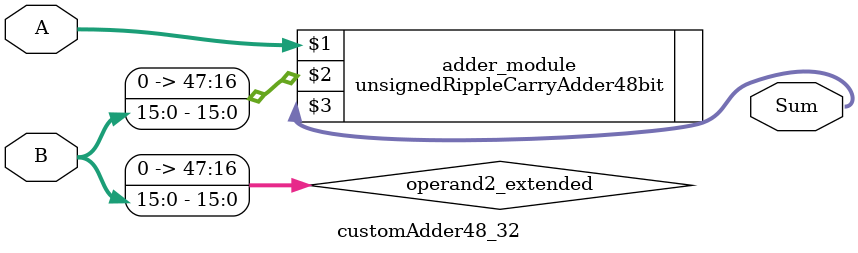
<source format=v>
module customAdder48_32(
                        input [47 : 0] A,
                        input [15 : 0] B,
                        
                        output [48 : 0] Sum
                );

        wire [47 : 0] operand2_extended;
        
        assign operand2_extended =  {32'b0, B};
        
        unsignedRippleCarryAdder48bit adder_module(
            A,
            operand2_extended,
            Sum
        );
        
        endmodule
        
</source>
